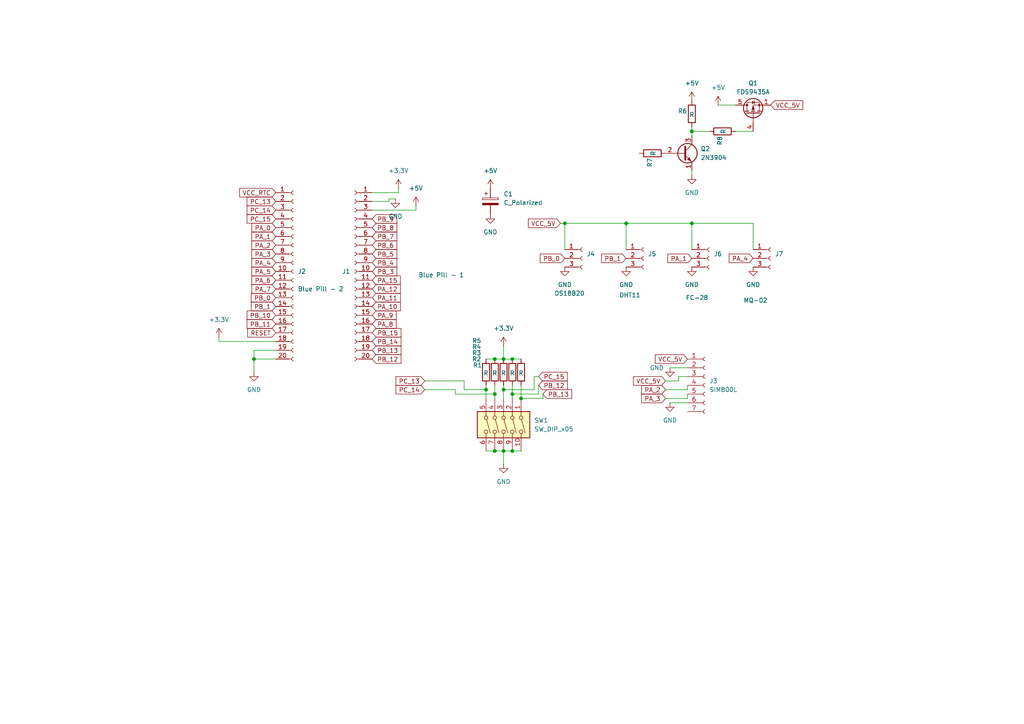
<source format=kicad_sch>
(kicad_sch (version 20250114) (generator "eeschema") (generator_version "9.0")
  (paper "A4")
  (lib_symbols
    (symbol "Connector:Conn_01x03_Socket" (pin_names (offset 1.016) (hide yes))
      (property "Reference" "J" (at 0 5.08 0))
      (property "Value" "Conn_01x03_Socket" (at 0 -5.08 0))
      (symbol "Conn_01x03_Socket_1_1"
        (polyline (pts (xy -1.27 2.54) (xy -0.508 2.54)) (stroke (width 0.1524)))
        (polyline (pts (xy -1.27 0) (xy -0.508 0)) (stroke (width 0.1524)))
        (polyline (pts (xy -1.27 -2.54) (xy -0.508 -2.54)) (stroke (width 0.1524)))
        (arc (start 0 2.032) (mid -0.5058 2.54) (end 0 3.048) (stroke (width 0.1524)))
        (arc (start 0 -0.508) (mid -0.5058 0) (end 0 0.508) (stroke (width 0.1524)))
        (arc (start 0 -3.048) (mid -0.5058 -2.54) (end 0 -2.032) (stroke (width 0.1524)))
        (pin passive line (at -5.08 2.54 0) (length 3.81) (name "Pin_1") (number "1"))
        (pin passive line (at -5.08 0 0) (length 3.81) (name "Pin_2") (number "2"))
        (pin passive line (at -5.08 -2.54 0) (length 3.81) (name "Pin_3") (number "3"))
      )
    )
    (symbol "Connector:Conn_01x07_Socket" (pin_names (offset 1.016) (hide yes))
      (property "Reference" "J" (at 0 10.16 0))
      (property "Value" "Conn_01x07_Socket" (at 0 -10.16 0))
      (symbol "Conn_01x07_Socket_1_1"
        (polyline (pts (xy -1.27 7.62) (xy -0.508 7.62)) (stroke (width 0.1524)))
        (polyline (pts (xy -1.27 5.08) (xy -0.508 5.08)) (stroke (width 0.1524)))
        (polyline (pts (xy -1.27 2.54) (xy -0.508 2.54)) (stroke (width 0.1524)))
        (polyline (pts (xy -1.27 0) (xy -0.508 0)) (stroke (width 0.1524)))
        (polyline (pts (xy -1.27 -2.54) (xy -0.508 -2.54)) (stroke (width 0.1524)))
        (polyline (pts (xy -1.27 -5.08) (xy -0.508 -5.08)) (stroke (width 0.1524)))
        (polyline (pts (xy -1.27 -7.62) (xy -0.508 -7.62)) (stroke (width 0.1524)))
        (arc (start 0 7.112) (mid -0.5058 7.62) (end 0 8.128) (stroke (width 0.1524)))
        (arc (start 0 4.572) (mid -0.5058 5.08) (end 0 5.588) (stroke (width 0.1524)))
        (arc (start 0 2.032) (mid -0.5058 2.54) (end 0 3.048) (stroke (width 0.1524)))
        (arc (start 0 -0.508) (mid -0.5058 0) (end 0 0.508) (stroke (width 0.1524)))
        (arc (start 0 -3.048) (mid -0.5058 -2.54) (end 0 -2.032) (stroke (width 0.1524)))
        (arc (start 0 -5.588) (mid -0.5058 -5.08) (end 0 -4.572) (stroke (width 0.1524)))
        (arc (start 0 -8.128) (mid -0.5058 -7.62) (end 0 -7.112) (stroke (width 0.1524)))
        (pin passive line (at -5.08 7.62 0) (length 3.81) (name "Pin_1") (number "1"))
        (pin passive line (at -5.08 5.08 0) (length 3.81) (name "Pin_2") (number "2"))
        (pin passive line (at -5.08 2.54 0) (length 3.81) (name "Pin_3") (number "3"))
        (pin passive line (at -5.08 0 0) (length 3.81) (name "Pin_4") (number "4"))
        (pin passive line (at -5.08 -2.54 0) (length 3.81) (name "Pin_5") (number "5"))
        (pin passive line (at -5.08 -5.08 0) (length 3.81) (name "Pin_6") (number "6"))
        (pin passive line (at -5.08 -7.62 0) (length 3.81) (name "Pin_7") (number "7"))
      )
    )
    (symbol "Connector:Conn_01x20_Socket" (pin_names (offset 1.016) (hide yes))
      (property "Reference" "J" (at 0 25.4 0))
      (property "Value" "Conn_01x20_Socket" (at 0 -27.94 0))
      (symbol "Conn_01x20_Socket_1_1"
        (polyline (pts (xy -1.27 22.86) (xy -0.508 22.86)) (stroke (width 0.1524)))
        (polyline (pts (xy -1.27 20.32) (xy -0.508 20.32)) (stroke (width 0.1524)))
        (polyline (pts (xy -1.27 17.78) (xy -0.508 17.78)) (stroke (width 0.1524)))
        (polyline (pts (xy -1.27 15.24) (xy -0.508 15.24)) (stroke (width 0.1524)))
        (polyline (pts (xy -1.27 12.7) (xy -0.508 12.7)) (stroke (width 0.1524)))
        (polyline (pts (xy -1.27 10.16) (xy -0.508 10.16)) (stroke (width 0.1524)))
        (polyline (pts (xy -1.27 7.62) (xy -0.508 7.62)) (stroke (width 0.1524)))
        (polyline (pts (xy -1.27 5.08) (xy -0.508 5.08)) (stroke (width 0.1524)))
        (polyline (pts (xy -1.27 2.54) (xy -0.508 2.54)) (stroke (width 0.1524)))
        (polyline (pts (xy -1.27 0) (xy -0.508 0)) (stroke (width 0.1524)))
        (polyline (pts (xy -1.27 -2.54) (xy -0.508 -2.54)) (stroke (width 0.1524)))
        (polyline (pts (xy -1.27 -5.08) (xy -0.508 -5.08)) (stroke (width 0.1524)))
        (polyline (pts (xy -1.27 -7.62) (xy -0.508 -7.62)) (stroke (width 0.1524)))
        (polyline (pts (xy -1.27 -10.16) (xy -0.508 -10.16)) (stroke (width 0.1524)))
        (polyline (pts (xy -1.27 -12.7) (xy -0.508 -12.7)) (stroke (width 0.1524)))
        (polyline (pts (xy -1.27 -15.24) (xy -0.508 -15.24)) (stroke (width 0.1524)))
        (polyline (pts (xy -1.27 -17.78) (xy -0.508 -17.78)) (stroke (width 0.1524)))
        (polyline (pts (xy -1.27 -20.32) (xy -0.508 -20.32)) (stroke (width 0.1524)))
        (polyline (pts (xy -1.27 -22.86) (xy -0.508 -22.86)) (stroke (width 0.1524)))
        (polyline (pts (xy -1.27 -25.4) (xy -0.508 -25.4)) (stroke (width 0.1524)))
        (arc (start 0 22.352) (mid -0.5058 22.86) (end 0 23.368) (stroke (width 0.1524)))
        (arc (start 0 19.812) (mid -0.5058 20.32) (end 0 20.828) (stroke (width 0.1524)))
        (arc (start 0 17.272) (mid -0.5058 17.78) (end 0 18.288) (stroke (width 0.1524)))
        (arc (start 0 14.732) (mid -0.5058 15.24) (end 0 15.748) (stroke (width 0.1524)))
        (arc (start 0 12.192) (mid -0.5058 12.7) (end 0 13.208) (stroke (width 0.1524)))
        (arc (start 0 9.652) (mid -0.5058 10.16) (end 0 10.668) (stroke (width 0.1524)))
        (arc (start 0 7.112) (mid -0.5058 7.62) (end 0 8.128) (stroke (width 0.1524)))
        (arc (start 0 4.572) (mid -0.5058 5.08) (end 0 5.588) (stroke (width 0.1524)))
        (arc (start 0 2.032) (mid -0.5058 2.54) (end 0 3.048) (stroke (width 0.1524)))
        (arc (start 0 -0.508) (mid -0.5058 0) (end 0 0.508) (stroke (width 0.1524)))
        (arc (start 0 -3.048) (mid -0.5058 -2.54) (end 0 -2.032) (stroke (width 0.1524)))
        (arc (start 0 -5.588) (mid -0.5058 -5.08) (end 0 -4.572) (stroke (width 0.1524)))
        (arc (start 0 -8.128) (mid -0.5058 -7.62) (end 0 -7.112) (stroke (width 0.1524)))
        (arc (start 0 -10.668) (mid -0.5058 -10.16) (end 0 -9.652) (stroke (width 0.1524)))
        (arc (start 0 -13.208) (mid -0.5058 -12.7) (end 0 -12.192) (stroke (width 0.1524)))
        (arc (start 0 -15.748) (mid -0.5058 -15.24) (end 0 -14.732) (stroke (width 0.1524)))
        (arc (start 0 -18.288) (mid -0.5058 -17.78) (end 0 -17.272) (stroke (width 0.1524)))
        (arc (start 0 -20.828) (mid -0.5058 -20.32) (end 0 -19.812) (stroke (width 0.1524)))
        (arc (start 0 -23.368) (mid -0.5058 -22.86) (end 0 -22.352) (stroke (width 0.1524)))
        (arc (start 0 -25.908) (mid -0.5058 -25.4) (end 0 -24.892) (stroke (width 0.1524)))
        (pin passive line (at -5.08 22.86 0) (length 3.81) (name "Pin_1") (number "1"))
        (pin passive line (at -5.08 20.32 0) (length 3.81) (name "Pin_2") (number "2"))
        (pin passive line (at -5.08 17.78 0) (length 3.81) (name "Pin_3") (number "3"))
        (pin passive line (at -5.08 15.24 0) (length 3.81) (name "Pin_4") (number "4"))
        (pin passive line (at -5.08 12.7 0) (length 3.81) (name "Pin_5") (number "5"))
        (pin passive line (at -5.08 10.16 0) (length 3.81) (name "Pin_6") (number "6"))
        (pin passive line (at -5.08 7.62 0) (length 3.81) (name "Pin_7") (number "7"))
        (pin passive line (at -5.08 5.08 0) (length 3.81) (name "Pin_8") (number "8"))
        (pin passive line (at -5.08 2.54 0) (length 3.81) (name "Pin_9") (number "9"))
        (pin passive line (at -5.08 0 0) (length 3.81) (name "Pin_10") (number "10"))
        (pin passive line (at -5.08 -2.54 0) (length 3.81) (name "Pin_11") (number "11"))
        (pin passive line (at -5.08 -5.08 0) (length 3.81) (name "Pin_12") (number "12"))
        (pin passive line (at -5.08 -7.62 0) (length 3.81) (name "Pin_13") (number "13"))
        (pin passive line (at -5.08 -10.16 0) (length 3.81) (name "Pin_14") (number "14"))
        (pin passive line (at -5.08 -12.7 0) (length 3.81) (name "Pin_15") (number "15"))
        (pin passive line (at -5.08 -15.24 0) (length 3.81) (name "Pin_16") (number "16"))
        (pin passive line (at -5.08 -17.78 0) (length 3.81) (name "Pin_17") (number "17"))
        (pin passive line (at -5.08 -20.32 0) (length 3.81) (name "Pin_18") (number "18"))
        (pin passive line (at -5.08 -22.86 0) (length 3.81) (name "Pin_19") (number "19"))
        (pin passive line (at -5.08 -25.4 0) (length 3.81) (name "Pin_20") (number "20"))
      )
    )
    (symbol "Device:C_Polarized" (pin_numbers (hide yes)) (pin_names (offset 0.254))
      (property "Reference" "C" (at 0.635 2.54 0))
      (property "Value" "C_Polarized" (at 0.635 -2.54 0))
      (symbol "C_Polarized_0_1"
        (rectangle (start -2.286 0.508) (end 2.286 1.016))
        (polyline (pts (xy -1.778 2.286) (xy -0.762 2.286)))
        (polyline (pts (xy -1.27 2.794) (xy -1.27 1.778)))
        (rectangle (start 2.286 -0.508) (end -2.286 -1.016) (fill (type outline)))
      )
      (symbol "C_Polarized_1_1"
        (pin passive line (at 0 3.81 270) (length 2.794) (name "~") (number "1"))
        (pin passive line (at 0 -3.81 90) (length 2.794) (name "~") (number "2"))
      )
    )
    (symbol "Device:R" (pin_numbers (hide yes)) (pin_names (offset 0))
      (property "Reference" "R" (at 2.032 0 90))
      (property "Value" "R" (at 0 0 90))
      (symbol "R_0_1"
        (rectangle (start -1.016 -2.54) (end 1.016 2.54) (stroke (width 0.254)))
      )
      (symbol "R_1_1"
        (pin passive line (at 0 3.81 270) (length 1.27) (name "~") (number "1"))
        (pin passive line (at 0 -3.81 90) (length 1.27) (name "~") (number "2"))
      )
    )
    (symbol "Switch:SW_DIP_x05" (pin_names (offset 0) (hide yes))
      (property "Reference" "SW" (at 0 8.89 0))
      (property "Value" "SW_DIP_x05" (at 0 -8.89 0))
      (symbol "SW_DIP_x05_0_0"
        (circle (center -2.032 5.08) (radius 0.508))
        (circle (center -2.032 2.54) (radius 0.508))
        (circle (center -2.032 0) (radius 0.508))
        (circle (center -2.032 -2.54) (radius 0.508))
        (circle (center -2.032 -5.08) (radius 0.508))
        (polyline (pts (xy -1.524 5.207) (xy 2.3622 6.2484)))
        (polyline (pts (xy -1.524 2.667) (xy 2.3622 3.7084)))
        (polyline (pts (xy -1.524 0.127) (xy 2.3622 1.1684)))
        (polyline (pts (xy -1.524 -2.3876) (xy 2.3622 -1.3462)))
        (polyline (pts (xy -1.524 -4.9276) (xy 2.3622 -3.8862)))
        (circle (center 2.032 5.08) (radius 0.508))
        (circle (center 2.032 2.54) (radius 0.508))
        (circle (center 2.032 0) (radius 0.508))
        (circle (center 2.032 -2.54) (radius 0.508))
        (circle (center 2.032 -5.08) (radius 0.508))
      )
      (symbol "SW_DIP_x05_0_1"
        (rectangle (start -3.81 7.62) (end 3.81 -7.62) (stroke (width 0.254)) (fill (type background)))
      )
      (symbol "SW_DIP_x05_1_1"
        (pin passive line (at -7.62 5.08 0) (length 5.08) (name "~") (number "1"))
        (pin passive line (at -7.62 2.54 0) (length 5.08) (name "~") (number "2"))
        (pin passive line (at -7.62 0 0) (length 5.08) (name "~") (number "3"))
        (pin passive line (at -7.62 -2.54 0) (length 5.08) (name "~") (number "4"))
        (pin passive line (at -7.62 -5.08 0) (length 5.08) (name "~") (number "5"))
        (pin passive line (at 7.62 5.08 180) (length 5.08) (name "~") (number "10"))
        (pin passive line (at 7.62 2.54 180) (length 5.08) (name "~") (number "9"))
        (pin passive line (at 7.62 0 180) (length 5.08) (name "~") (number "8"))
        (pin passive line (at 7.62 -2.54 180) (length 5.08) (name "~") (number "7"))
        (pin passive line (at 7.62 -5.08 180) (length 5.08) (name "~") (number "6"))
      )
    )
    (symbol "Transistor_BJT:2N3904" (pin_names (offset 0) (hide yes))
      (property "Reference" "Q" (at 5.08 1.905 0))
      (property "Value" "2N3904" (at 5.08 0 0))
      (symbol "2N3904_0_1"
        (polyline (pts (xy -2.54 0) (xy 0.635 0)))
        (polyline (pts (xy 0.635 1.905) (xy 0.635 -1.905)) (stroke (width 0.508)))
        (circle (center 1.27 0) (radius 2.8194) (stroke (width 0.254)))
      )
      (symbol "2N3904_1_1"
        (polyline (pts (xy 0.635 0.635) (xy 2.54 2.54)))
        (polyline (pts (xy 0.635 -0.635) (xy 2.54 -2.54)))
        (polyline (pts (xy 1.27 -1.778) (xy 1.778 -1.27) (xy 2.286 -2.286) (xy 1.27 -1.778)) (fill (type outline)))
        (pin input line (at -5.08 0 0) (length 2.54) (name "B") (number "2"))
        (pin passive line (at 2.54 5.08 270) (length 2.54) (name "C") (number "3"))
        (pin passive line (at 2.54 -5.08 90) (length 2.54) (name "E") (number "1"))
      )
    )
    (symbol "Transistor_FET:FDS9435A" (pin_names (hide yes))
      (property "Reference" "Q" (at 5.08 1.905 0))
      (property "Value" "FDS9435A" (at 5.08 0 0))
      (symbol "FDS9435A_0_1"
        (polyline (pts (xy 0.254 1.905) (xy 0.254 -1.905)) (stroke (width 0.254)))
        (polyline (pts (xy 0.254 0) (xy -2.54 0)))
        (polyline (pts (xy 0.762 2.286) (xy 0.762 1.27)) (stroke (width 0.254)))
        (polyline (pts (xy 0.762 1.778) (xy 3.302 1.778) (xy 3.302 -1.778) (xy 0.762 -1.778)))
        (polyline (pts (xy 0.762 0.508) (xy 0.762 -0.508)) (stroke (width 0.254)))
        (polyline (pts (xy 0.762 -1.27) (xy 0.762 -2.286)) (stroke (width 0.254)))
        (circle (center 1.651 0) (radius 2.794) (stroke (width 0.254)))
        (polyline (pts (xy 2.286 0) (xy 1.27 0.381) (xy 1.27 -0.381) (xy 2.286 0)) (fill (type outline)))
        (polyline (pts (xy 2.54 2.54) (xy 2.54 1.778)))
        (circle (center 2.54 1.778) (radius 0.254) (fill (type outline)))
        (circle (center 2.54 -1.778) (radius 0.254) (fill (type outline)))
        (polyline (pts (xy 2.54 -2.54) (xy 2.54 0) (xy 0.762 0)))
        (polyline (pts (xy 2.794 -0.508) (xy 2.921 -0.381) (xy 3.683 -0.381) (xy 3.81 -0.254)))
        (polyline (pts (xy 3.302 -0.381) (xy 2.921 0.254) (xy 3.683 0.254) (xy 3.302 -0.381)))
      )
      (symbol "FDS9435A_1_1"
        (pin passive line (at -5.08 0 0) (length 2.54) (name "G") (number "4"))
        (pin passive line (at 2.54 5.08 270) (length 2.54) (name "D") (number "5"))
        (pin passive line (at 2.54 5.08 270) (length 2.54) (hide yes) (name "D") (number "6"))
        (pin passive line (at 2.54 5.08 270) (length 2.54) (hide yes) (name "D") (number "7"))
        (pin passive line (at 2.54 5.08 270) (length 2.54) (hide yes) (name "D") (number "8"))
        (pin passive line (at 2.54 -5.08 90) (length 2.54) (name "S") (number "1"))
        (pin passive line (at 2.54 -5.08 90) (length 2.54) (hide yes) (name "S") (number "2"))
        (pin passive line (at 2.54 -5.08 90) (length 2.54) (hide yes) (name "S") (number "3"))
      )
    )
    (symbol "power:+3.3V" (power) (pin_numbers (hide yes)) (pin_names (offset 0) (hide yes))
      (property "Value" "+3.3V" (at 0 3.556 0))
      (symbol "+3.3V_0_1"
        (polyline (pts (xy -0.762 1.27) (xy 0 2.54)))
        (polyline (pts (xy 0 2.54) (xy 0.762 1.27)))
        (polyline (pts (xy 0 0) (xy 0 2.54)))
      )
      (symbol "+3.3V_1_1"
        (pin power_in line (at 0 0 90) (length 0) (name "~") (number "1"))
      )
    )
    (symbol "power:+5V" (power) (pin_numbers (hide yes)) (pin_names (offset 0) (hide yes))
      (property "Value" "+5V" (at 0 3.556 0))
      (symbol "+5V_0_1"
        (polyline (pts (xy -0.762 1.27) (xy 0 2.54)))
        (polyline (pts (xy 0 2.54) (xy 0.762 1.27)))
        (polyline (pts (xy 0 0) (xy 0 2.54)))
      )
      (symbol "+5V_1_1"
        (pin power_in line (at 0 0 90) (length 0) (name "~") (number "1"))
      )
    )
    (symbol "power:GND" (power) (pin_numbers (hide yes)) (pin_names (offset 0) (hide yes))
      (property "Value" "GND" (at 0 -3.81 0))
      (symbol "GND_0_1"
        (polyline (pts (xy 0 0) (xy 0 -1.27) (xy 1.27 -1.27) (xy 0 -2.54) (xy -1.27 -1.27) (xy 0 -1.27)))
      )
      (symbol "GND_1_1"
        (pin power_in line (at 0 0 270) (length 0) (name "~") (number "1"))
      )
    )
  )
  (junction (at 143.51 130.81))
  (junction (at 146.05 130.81))
  (junction (at 200.66 64.77))
  (junction (at 148.59 130.81))
  (junction (at 146.05 104.14))
  (junction (at 151.13 115.57))
  (junction (at 200.66 38.1))
  (junction (at 148.59 104.14))
  (junction (at 146.05 113.03))
  (junction (at 140.97 113.03))
  (junction (at 73.66 104.14))
  (junction (at 163.83 64.77))
  (junction (at 143.51 104.14))
  (junction (at 143.51 114.3))
  (junction (at 181.61 64.77))
  (junction (at 148.59 114.3))
  (wire (pts (xy 132.08 113.03) (xy 132.08 114.3)))
  (wire (pts (xy 199.39 115.57) (xy 199.39 114.3)))
  (wire (pts (xy 199.39 109.22) (xy 196.85 109.22)))
  (wire (pts (xy 213.36 38.1) (xy 218.44 38.1)))
  (wire (pts (xy 218.44 64.77) (xy 200.66 64.77)))
  (wire (pts (xy 123.19 110.49) (xy 134.62 110.49)))
  (wire (pts (xy 200.66 38.1) (xy 205.74 38.1)))
  (wire (pts (xy 148.59 104.14) (xy 151.13 104.14)))
  (wire (pts (xy 156.21 111.76) (xy 156.21 114.3)))
  (wire (pts (xy 193.04 113.03) (xy 199.39 113.03)))
  (wire (pts (xy 134.62 110.49) (xy 134.62 113.03)))
  (wire (pts (xy 194.31 116.84) (xy 199.39 116.84)))
  (wire (pts (xy 140.97 104.14) (xy 143.51 104.14)))
  (wire (pts (xy 146.05 113.03) (xy 146.05 115.57)))
  (wire (pts (xy 123.19 113.03) (xy 132.08 113.03)))
  (wire (pts (xy 63.5 99.06) (xy 63.5 97.79)))
  (wire (pts (xy 181.61 64.77) (xy 163.83 64.77)))
  (wire (pts (xy 156.21 109.22) (xy 154.94 109.22)))
  (wire (pts (xy 200.66 50.8) (xy 200.66 49.53)))
  (wire (pts (xy 181.61 72.39) (xy 181.61 64.77)))
  (wire (pts (xy 134.62 113.03) (xy 140.97 113.03)))
  (wire (pts (xy 63.5 99.06) (xy 80.01 99.06)))
  (wire (pts (xy 151.13 111.76) (xy 151.13 115.57)))
  (wire (pts (xy 151.13 115.57) (xy 157.48 115.57)))
  (wire (pts (xy 143.51 104.14) (xy 146.05 104.14)))
  (wire (pts (xy 73.66 107.95) (xy 73.66 104.14)))
  (wire (pts (xy 162.56 64.77) (xy 163.83 64.77)))
  (wire (pts (xy 196.85 110.49) (xy 193.04 110.49)))
  (wire (pts (xy 146.05 100.33) (xy 146.05 104.14)))
  (wire (pts (xy 146.05 134.62) (xy 146.05 130.81)))
  (wire (pts (xy 107.95 55.88) (xy 115.57 55.88)))
  (wire (pts (xy 73.66 101.6) (xy 73.66 104.14)))
  (wire (pts (xy 146.05 104.14) (xy 148.59 104.14)))
  (wire (pts (xy 80.01 101.6) (xy 73.66 101.6)))
  (wire (pts (xy 193.04 115.57) (xy 199.39 115.57)))
  (wire (pts (xy 112.8055 58.42) (xy 107.95 58.42)))
  (wire (pts (xy 143.51 111.76) (xy 143.51 114.3)))
  (wire (pts (xy 148.59 114.3) (xy 156.21 114.3)))
  (wire (pts (xy 200.66 64.77) (xy 181.61 64.77)))
  (wire (pts (xy 148.59 111.76) (xy 148.59 114.3)))
  (wire (pts (xy 112.8055 57.6974) (xy 112.8055 58.42)))
  (wire (pts (xy 120.65 59.69) (xy 120.65 60.96)))
  (wire (pts (xy 163.83 64.77) (xy 163.83 72.39)))
  (wire (pts (xy 194.31 106.68) (xy 199.39 106.68)))
  (wire (pts (xy 140.97 130.81) (xy 143.51 130.81)))
  (wire (pts (xy 154.94 109.22) (xy 154.94 113.03)))
  (wire (pts (xy 200.66 72.39) (xy 200.66 64.77)))
  (wire (pts (xy 140.97 111.76) (xy 140.97 113.03)))
  (wire (pts (xy 154.94 113.03) (xy 146.05 113.03)))
  (wire (pts (xy 146.05 130.81) (xy 148.59 130.81)))
  (wire (pts (xy 115.57 55.88) (xy 115.57 54.61)))
  (wire (pts (xy 199.39 113.03) (xy 199.39 111.76)))
  (wire (pts (xy 73.66 104.14) (xy 80.01 104.14)))
  (wire (pts (xy 200.66 38.1) (xy 200.66 39.37)))
  (wire (pts (xy 143.51 130.81) (xy 146.05 130.81)))
  (wire (pts (xy 200.66 36.83) (xy 200.66 38.1)))
  (wire (pts (xy 196.85 109.22) (xy 196.85 110.49)))
  (wire (pts (xy 120.65 60.96) (xy 107.95 60.96)))
  (wire (pts (xy 218.44 72.39) (xy 218.44 64.77)))
  (wire (pts (xy 157.48 114.3) (xy 157.48 115.57)))
  (wire (pts (xy 143.51 114.3) (xy 143.51 115.57)))
  (wire (pts (xy 112.8055 57.6974) (xy 114.6909 57.6974)))
  (wire (pts (xy 148.59 114.3) (xy 148.59 115.57)))
  (wire (pts (xy 148.59 130.81) (xy 151.13 130.81)))
  (wire (pts (xy 146.05 111.76) (xy 146.05 113.03)))
  (wire (pts (xy 132.08 114.3) (xy 143.51 114.3)))
  (wire (pts (xy 140.97 113.03) (xy 140.97 115.57)))
  (wire (pts (xy 208.28 30.48) (xy 213.36 30.48)))
  (global_label "VCC_5V" (shape input) (at 223.52 30.48 0) (property "Intersheetrefs" "${INTERSHEET_REFS}" (effects (hide yes))))
  (global_label "PA_5" (shape input) (at 80.01 78.74 180) (property "Intersheetrefs" "${INTERSHEET_REFS}" (effects (hide yes))))
  (global_label "PA_10" (shape input) (at 107.95 88.9 0) (property "Intersheetrefs" "${INTERSHEET_REFS}" (effects (hide yes))))
  (global_label "PC_13" (shape input) (at 80.01 58.42 180) (property "Intersheetrefs" "${INTERSHEET_REFS}" (effects (hide yes))))
  (global_label "PA_11" (shape input) (at 107.95 86.36 0) (property "Intersheetrefs" "${INTERSHEET_REFS}" (effects (hide yes))))
  (global_label "PB_7" (shape input) (at 107.95 68.58 0) (property "Intersheetrefs" "${INTERSHEET_REFS}" (effects (hide yes))))
  (global_label "PB_5" (shape input) (at 107.95 73.66 0) (property "Intersheetrefs" "${INTERSHEET_REFS}" (effects (hide yes))))
  (global_label "VCC_5V" (shape input) (at 199.39 104.14 180) (property "Intersheetrefs" "${INTERSHEET_REFS}" (effects (hide yes))))
  (global_label "PB_3" (shape input) (at 107.95 78.74 0) (property "Intersheetrefs" "${INTERSHEET_REFS}" (effects (hide yes))))
  (global_label "PA_4" (shape input) (at 80.01 76.2 180) (property "Intersheetrefs" "${INTERSHEET_REFS}" (effects (hide yes))))
  (global_label "PB_8" (shape input) (at 107.95 66.04 0) (property "Intersheetrefs" "${INTERSHEET_REFS}" (effects (hide yes))))
  (global_label "PB_13" (shape input) (at 107.95 101.6 0) (property "Intersheetrefs" "${INTERSHEET_REFS}" (effects (hide yes))))
  (global_label "PA_7" (shape input) (at 80.01 83.82 180) (property "Intersheetrefs" "${INTERSHEET_REFS}" (effects (hide yes))))
  (global_label "VCC_RTC" (shape input) (at 80.01 55.88 180) (property "Intersheetrefs" "${INTERSHEET_REFS}" (effects (hide yes))))
  (global_label "PC_15" (shape input) (at 80.01 63.5 180) (property "Intersheetrefs" "${INTERSHEET_REFS}" (effects (hide yes))))
  (global_label "VCC_5V" (shape input) (at 193.04 110.49 180) (property "Intersheetrefs" "${INTERSHEET_REFS}" (effects (hide yes))))
  (global_label "PB_15" (shape input) (at 107.95 96.52 0) (property "Intersheetrefs" "${INTERSHEET_REFS}" (effects (hide yes))))
  (global_label "PC_14" (shape input) (at 80.01 60.96 180) (property "Intersheetrefs" "${INTERSHEET_REFS}" (effects (hide yes))))
  (global_label "PC_13" (shape input) (at 123.19 110.49 180) (property "Intersheetrefs" "${INTERSHEET_REFS}" (effects (hide yes))))
  (global_label "PB_1" (shape input) (at 181.61 74.93 180) (property "Intersheetrefs" "${INTERSHEET_REFS}" (effects (hide yes))))
  (global_label "PB_0" (shape input) (at 163.83 74.93 180) (property "Intersheetrefs" "${INTERSHEET_REFS}" (effects (hide yes))))
  (global_label "PA_3" (shape input) (at 80.01 73.66 180) (property "Intersheetrefs" "${INTERSHEET_REFS}" (effects (hide yes))))
  (global_label "PB_12" (shape input) (at 156.21 111.76 0) (property "Intersheetrefs" "${INTERSHEET_REFS}" (effects (hide yes))))
  (global_label "PA_9" (shape input) (at 107.95 91.44 0) (property "Intersheetrefs" "${INTERSHEET_REFS}" (effects (hide yes))))
  (global_label "PA_0" (shape input) (at 80.01 66.04 180) (property "Intersheetrefs" "${INTERSHEET_REFS}" (effects (hide yes))))
  (global_label "PA_1" (shape input) (at 80.01 68.58 180) (property "Intersheetrefs" "${INTERSHEET_REFS}" (effects (hide yes))))
  (global_label "PA_6" (shape input) (at 80.01 81.28 180) (property "Intersheetrefs" "${INTERSHEET_REFS}" (effects (hide yes))))
  (global_label "PB_13" (shape input) (at 157.48 114.3 0) (property "Intersheetrefs" "${INTERSHEET_REFS}" (effects (hide yes))))
  (global_label "PA_3" (shape input) (at 193.04 115.57 180) (property "Intersheetrefs" "${INTERSHEET_REFS}" (effects (hide yes))))
  (global_label "PB_12" (shape input) (at 107.95 104.14 0) (property "Intersheetrefs" "${INTERSHEET_REFS}" (effects (hide yes))))
  (global_label "PB_11" (shape input) (at 80.01 93.98 180) (property "Intersheetrefs" "${INTERSHEET_REFS}" (effects (hide yes))))
  (global_label "PB_10" (shape input) (at 80.01 91.44 180) (property "Intersheetrefs" "${INTERSHEET_REFS}" (effects (hide yes))))
  (global_label "PA_12" (shape input) (at 107.95 83.82 0) (property "Intersheetrefs" "${INTERSHEET_REFS}" (effects (hide yes))))
  (global_label "VCC_5V" (shape input) (at 162.56 64.77 180) (property "Intersheetrefs" "${INTERSHEET_REFS}" (effects (hide yes))))
  (global_label "PB_1" (shape input) (at 80.01 88.9 180) (property "Intersheetrefs" "${INTERSHEET_REFS}" (effects (hide yes))))
  (global_label "PA_4" (shape input) (at 218.44 74.93 180) (property "Intersheetrefs" "${INTERSHEET_REFS}" (effects (hide yes))))
  (global_label "PA_2" (shape input) (at 193.04 113.03 180) (property "Intersheetrefs" "${INTERSHEET_REFS}" (effects (hide yes))))
  (global_label "PC_14" (shape input) (at 123.19 113.03 180) (property "Intersheetrefs" "${INTERSHEET_REFS}" (effects (hide yes))))
  (global_label "PB_6" (shape input) (at 107.95 71.12 0) (property "Intersheetrefs" "${INTERSHEET_REFS}" (effects (hide yes))))
  (global_label "RESET" (shape input) (at 80.01 96.52 180) (property "Intersheetrefs" "${INTERSHEET_REFS}" (effects (hide yes))))
  (global_label "PA_15" (shape input) (at 107.95 81.28 0) (property "Intersheetrefs" "${INTERSHEET_REFS}" (effects (hide yes))))
  (global_label "PB_4" (shape input) (at 107.95 76.2 0) (property "Intersheetrefs" "${INTERSHEET_REFS}" (effects (hide yes))))
  (global_label "PA_8" (shape input) (at 107.95 93.98 0) (property "Intersheetrefs" "${INTERSHEET_REFS}" (effects (hide yes))))
  (global_label "PB_0" (shape input) (at 80.01 86.36 180) (property "Intersheetrefs" "${INTERSHEET_REFS}" (effects (hide yes))))
  (global_label "PB_14" (shape input) (at 107.95 99.06 0) (property "Intersheetrefs" "${INTERSHEET_REFS}" (effects (hide yes))))
  (global_label "PA_2" (shape input) (at 80.01 71.12 180) (property "Intersheetrefs" "${INTERSHEET_REFS}" (effects (hide yes))))
  (global_label "PC_15" (shape input) (at 156.21 109.22 0) (property "Intersheetrefs" "${INTERSHEET_REFS}" (effects (hide yes))))
  (global_label "PB_9" (shape input) (at 107.95 63.5 0) (property "Intersheetrefs" "${INTERSHEET_REFS}" (effects (hide yes))))
  (global_label "PA_1" (shape input) (at 200.66 74.93 180) (property "Intersheetrefs" "${INTERSHEET_REFS}" (effects (hide yes))))
  (symbol (lib_id "power:+3.3V") (at 146.05 100.33 0) (unit 1)
    (property "Reference" "#PWR015" (effects (hide yes)))
    (property "Value" "+3.3V" (at 146.05 95.25 0))
    (property "Description" "Power symbol creates a global label with name \"+3.3V\"" (effects (hide yes)))
  )
  (symbol (lib_id "Transistor_BJT:2N3904") (at 198.12 44.45 0) (unit 1)
    (property "Reference" "Q2" (at 203.2 43.1799 0) (effects (justify left)))
    (property "Value" "2N3904" (at 203.2 45.7199 0) (effects (justify left)))
    (property "Footprint" "Package_TO_SOT_THT:TO-92L_HandSolder" (effects (hide yes)))
    (property "Datasheet" "https://www.onsemi.com/pub/Collateral/2N3903-D.PDF" (effects (hide yes)))
    (property "Description" "0.2A Ic, 40V Vce, Small Signal NPN Transistor, TO-92" (effects (hide yes)))
  )
  (symbol (lib_id "power:+5V") (at 208.28 30.48 0) (unit 1)
    (property "Reference" "#PWR014" (effects (hide yes)))
    (property "Value" "+5V" (at 208.28 25.4 0))
    (property "Description" "Power symbol creates a global label with name \"+5V\"" (effects (hide yes)))
  )
  (symbol (lib_id "power:GND") (at 200.66 77.47 0) (unit 1)
    (property "Reference" "#PWR09" (effects (hide yes)))
    (property "Value" "GND" (at 200.66 82.55 0))
    (property "Description" "Power symbol creates a global label with name \"GND\" , ground" (effects (hide yes)))
  )
  (symbol (lib_id "Connector:Conn_01x07_Socket") (at 204.47 111.76 0) (unit 1)
    (property "Reference" "J3" (at 205.74 110.4899 0) (effects (justify left)))
    (property "Value" "SIM800L" (at 205.74 113.0299 0) (effects (justify left)))
    (property "Footprint" "Connector_PinSocket_2.54mm:PinSocket_1x07_P2.54mm_Vertical" (effects (hide yes)))
    (property "Description" "Generic connector, single row, 01x07, script generated" (effects (hide yes)))
  )
  (symbol (lib_id "power:+3.3V") (at 115.57 54.61 0) (unit 1)
    (property "Reference" "#PWR03" (effects (hide yes)))
    (property "Value" "+3.3V" (at 115.57 49.53 0))
    (property "Description" "Power symbol creates a global label with name \"+3.3V\"" (effects (hide yes)))
  )
  (symbol (lib_id "power:+5V") (at 200.66 29.21 0) (unit 1)
    (property "Reference" "#PWR017" (effects (hide yes)))
    (property "Value" "+5V" (at 200.66 24.13 0))
    (property "Description" "Power symbol creates a global label with name \"+5V\"" (effects (hide yes)))
  )
  (symbol (lib_id "power:+5V") (at 142.24 54.61 0) (unit 1)
    (property "Reference" "#PWR08" (effects (hide yes)))
    (property "Value" "+5V" (at 142.24 49.53 0))
    (property "Description" "Power symbol creates a global label with name \"+5V\"" (effects (hide yes)))
  )
  (symbol (lib_id "power:GND") (at 73.66 107.95 0) (unit 1)
    (property "Reference" "#PWR04" (effects (hide yes)))
    (property "Value" "GND" (at 73.66 113.03 0))
    (property "Description" "Power symbol creates a global label with name \"GND\" , ground" (effects (hide yes)))
  )
  (symbol (lib_id "power:GND") (at 218.44 77.47 0) (unit 1)
    (property "Reference" "#PWR010" (effects (hide yes)))
    (property "Value" "GND" (at 218.44 82.55 0))
    (property "Description" "Power symbol creates a global label with name \"GND\" , ground" (effects (hide yes)))
  )
  (symbol (lib_id "Connector:Conn_01x03_Socket") (at 186.69 74.93 0) (unit 1)
    (property "Reference" "J5" (at 187.96 73.6599 0) (effects (justify left)))
    (property "Value" "DHT11" (at 179.578 85.598 0) (effects (justify left)))
    (property "Footprint" "Connector_PinSocket_2.54mm:PinSocket_1x03_P2.54mm_Vertical" (effects (hide yes)))
    (property "Description" "Generic connector, single row, 01x03, script generated" (effects (hide yes)))
  )
  (symbol (lib_id "Device:R") (at 151.13 107.95 180) (unit 1)
    (property "Reference" "R1" (at 137.16 105.918 0) (effects (justify right)))
    (property "Value" "R" (at 150.368 108.204 0) (effects (justify right)))
    (property "Footprint" "Resistor_THT:R_Axial_DIN0411_L9.9mm_D3.6mm_P15.24mm_Horizontal" (effects (hide yes)))
    (property "Description" "Resistor" (effects (hide yes)))
  )
  (symbol (lib_id "Device:R") (at 200.66 33.02 180) (unit 1)
    (property "Reference" "R6" (at 196.596 32.258 0) (effects (justify right)))
    (property "Value" "R" (at 199.898 33.274 0) (effects (justify right)))
    (property "Footprint" "Resistor_THT:R_Axial_DIN0411_L9.9mm_D3.6mm_P15.24mm_Horizontal" (effects (hide yes)))
    (property "Description" "Resistor" (effects (hide yes)))
  )
  (symbol (lib_id "Device:R") (at 148.59 107.95 180) (unit 1)
    (property "Reference" "R2" (at 136.906 104.14 0) (effects (justify right)))
    (property "Value" "R" (at 147.828 108.204 0) (effects (justify right)))
    (property "Footprint" "Resistor_THT:R_Axial_DIN0411_L9.9mm_D3.6mm_P15.24mm_Horizontal" (effects (hide yes)))
    (property "Description" "Resistor" (effects (hide yes)))
  )
  (symbol (lib_id "power:GND") (at 200.66 50.8 0) (unit 1)
    (property "Reference" "#PWR018" (effects (hide yes)))
    (property "Value" "GND" (at 200.66 55.88 0))
    (property "Description" "Power symbol creates a global label with name \"GND\" , ground" (effects (hide yes)))
  )
  (symbol (lib_id "power:GND") (at 146.05 134.62 0) (unit 1)
    (property "Reference" "#PWR016" (effects (hide yes)))
    (property "Value" "GND" (at 146.05 139.7 0))
    (property "Description" "Power symbol creates a global label with name \"GND\" , ground" (effects (hide yes)))
  )
  (symbol (lib_id "power:GND") (at 181.61 77.47 0) (unit 1)
    (property "Reference" "#PWR07" (effects (hide yes)))
    (property "Value" "GND" (at 181.61 82.55 0))
    (property "Description" "Power symbol creates a global label with name \"GND\" , ground" (effects (hide yes)))
  )
  (symbol (lib_id "Device:R") (at 143.51 107.95 180) (unit 1)
    (property "Reference" "R4" (at 136.906 100.584 0) (effects (justify right)))
    (property "Value" "R" (at 142.748 108.204 0) (effects (justify right)))
    (property "Footprint" "Resistor_THT:R_Axial_DIN0411_L9.9mm_D3.6mm_P15.24mm_Horizontal" (effects (hide yes)))
    (property "Description" "Resistor" (effects (hide yes)))
  )
  (symbol (lib_id "Device:R") (at 140.97 107.95 180) (unit 1)
    (property "Reference" "R5" (at 136.906 98.806 0) (effects (justify right)))
    (property "Value" "R" (at 140.208 108.204 0) (effects (justify right)))
    (property "Footprint" "Resistor_THT:R_Axial_DIN0411_L9.9mm_D3.6mm_P15.24mm_Horizontal" (effects (hide yes)))
    (property "Description" "Resistor" (effects (hide yes)))
  )
  (symbol (lib_id "Connector:Conn_01x20_Socket") (at 102.87 78.74 0) (mirror y) (unit 1)
    (property "Reference" "J1" (at 101.6 78.7399 0) (effects (justify left)))
    (property "Value" "Blue Pill - 1" (at 134.62 79.756 0) (effects (justify left)))
    (property "Footprint" "Connector_PinHeader_2.54mm:PinHeader_1x20_P2.54mm_Vertical" (effects (hide yes)))
    (property "Description" "Generic connector, single row, 01x20, script generated" (effects (hide yes)))
  )
  (symbol (lib_id "Transistor_FET:FDS9435A") (at 218.44 33.02 90) (unit 1)
    (property "Reference" "Q1" (at 218.44 24.13 90))
    (property "Value" "FDS9435A" (at 218.44 26.67 90))
    (property "Footprint" "Package_SO:SOIC-8_3.9x4.9mm_P1.27mm" (effects (hide yes)))
    (property "Datasheet" "https://www.onsemi.com/pub/Collateral/FDS9435A-D.PDF" (effects (hide yes)))
    (property "Description" "-5.3A Id, -30V Vds, P-Channel MOSFET, 50mOhm Ron, SO-8" (effects (hide yes)))
  )
  (symbol (lib_id "power:GND") (at 194.31 116.84 0) (unit 1)
    (property "Reference" "#PWR013" (effects (hide yes)))
    (property "Value" "GND" (at 194.31 121.92 0))
    (property "Description" "Power symbol creates a global label with name \"GND\" , ground" (effects (hide yes)))
  )
  (symbol (lib_id "Connector:Conn_01x03_Socket") (at 223.52 74.93 0) (unit 1)
    (property "Reference" "J7" (at 224.79 73.6599 0) (effects (justify left)))
    (property "Value" "MQ-02" (at 215.646 87.122 0) (effects (justify left)))
    (property "Footprint" "Connector_PinSocket_2.54mm:PinSocket_1x03_P2.54mm_Vertical" (effects (hide yes)))
    (property "Description" "Generic connector, single row, 01x03, script generated" (effects (hide yes)))
  )
  (symbol (lib_id "Connector:Conn_01x20_Socket") (at 85.09 78.74 0) (unit 1)
    (property "Reference" "J2" (at 86.36 78.7399 0) (effects (justify left)))
    (property "Value" "Blue Pill - 2" (at 86.36 83.82 0) (effects (justify left)))
    (property "Footprint" "Connector_PinHeader_2.54mm:PinHeader_1x20_P2.54mm_Vertical" (effects (hide yes)))
    (property "Description" "Generic connector, single row, 01x20, script generated" (effects (hide yes)))
  )
  (symbol (lib_id "power:GND") (at 163.83 77.47 0) (unit 1)
    (property "Reference" "#PWR06" (effects (hide yes)))
    (property "Value" "GND" (at 163.83 82.55 0))
    (property "Description" "Power symbol creates a global label with name \"GND\" , ground" (effects (hide yes)))
  )
  (symbol (lib_id "power:+3.3V") (at 63.5 97.79 0) (unit 1)
    (property "Reference" "#PWR05" (effects (hide yes)))
    (property "Value" "+3.3V" (at 63.5 92.71 0))
    (property "Description" "Power symbol creates a global label with name \"+3.3V\"" (effects (hide yes)))
  )
  (symbol (lib_id "Connector:Conn_01x03_Socket") (at 205.74 74.93 0) (unit 1)
    (property "Reference" "J6" (at 207.01 73.6599 0) (effects (justify left)))
    (property "Value" "FC-28" (at 198.882 86.36 0) (effects (justify left)))
    (property "Footprint" "Connector_PinSocket_2.54mm:PinSocket_1x03_P2.54mm_Vertical" (effects (hide yes)))
    (property "Description" "Generic connector, single row, 01x03, script generated" (effects (hide yes)))
  )
  (symbol (lib_id "power:GND") (at 114.6909 57.6974 0) (unit 1)
    (property "Reference" "#PWR01" (effects (hide yes)))
    (property "Value" "GND" (at 114.6909 62.7774 0))
    (property "Description" "Power symbol creates a global label with name \"GND\" , ground" (effects (hide yes)))
  )
  (symbol (lib_id "power:GND") (at 142.24 62.23 0) (unit 1)
    (property "Reference" "#PWR0101" (effects (hide yes)))
    (property "Value" "GND" (at 142.24 67.31 0))
    (property "Description" "Power symbol creates a global label with name \"GND\" , ground" (effects (hide yes)))
  )
  (symbol (lib_id "power:GND") (at 194.31 106.68 0) (unit 1)
    (property "Reference" "#PWR012" (effects (hide yes)))
    (property "Value" "GND" (at 190.5 106.68 0))
    (property "Description" "Power symbol creates a global label with name \"GND\" , ground" (effects (hide yes)))
  )
  (symbol (lib_id "Switch:SW_DIP_x05") (at 146.05 123.19 270) (unit 1)
    (property "Reference" "SW1" (at 154.94 121.9199 90) (effects (justify left)))
    (property "Value" "SW_DIP_x05" (at 154.94 124.4599 90) (effects (justify left)))
    (property "Footprint" "Button_Switch_THT:SW_DIP_SPSTx05_Slide_9.78x14.88mm_W7.62mm_P2.54mm" (effects (hide yes)))
    (property "Description" "5x DIP Switch, Single Pole Single Throw (SPST) switch, small symbol" (effects (hide yes)))
  )
  (symbol (lib_id "Device:R") (at 146.05 107.95 180) (unit 1)
    (property "Reference" "R3" (at 136.906 102.362 0) (effects (justify right)))
    (property "Value" "R" (at 145.288 108.204 0) (effects (justify right)))
    (property "Footprint" "Resistor_THT:R_Axial_DIN0411_L9.9mm_D3.6mm_P15.24mm_Horizontal" (effects (hide yes)))
    (property "Description" "Resistor" (effects (hide yes)))
  )
  (symbol (lib_id "Device:R") (at 189.23 44.45 270) (unit 1)
    (property "Reference" "R7" (at 188.468 48.514 0) (effects (justify right)))
    (property "Value" "R" (at 189.484 45.212 0) (effects (justify right)))
    (property "Footprint" "Resistor_THT:R_Axial_DIN0411_L9.9mm_D3.6mm_P15.24mm_Horizontal" (effects (hide yes)))
    (property "Description" "Resistor" (effects (hide yes)))
  )
  (symbol (lib_id "Connector:Conn_01x03_Socket") (at 168.91 74.93 0) (unit 1)
    (property "Reference" "J4" (at 170.18 73.6599 0) (effects (justify left)))
    (property "Value" "DS18B20" (at 160.782 85.09 0) (effects (justify left)))
    (property "Footprint" "Connector_PinSocket_2.54mm:PinSocket_1x03_P2.54mm_Vertical" (effects (hide yes)))
    (property "Description" "Generic connector, single row, 01x03, script generated" (effects (hide yes)))
  )
  (symbol (lib_id "power:+5V") (at 120.65 59.69 0) (unit 1)
    (property "Reference" "#PWR02" (effects (hide yes)))
    (property "Value" "+5V" (at 120.65 54.61 0))
    (property "Description" "Power symbol creates a global label with name \"+5V\"" (effects (hide yes)))
  )
  (symbol (lib_id "Device:R") (at 209.55 38.1 270) (unit 1)
    (property "Reference" "R8" (at 208.788 42.164 0) (effects (justify right)))
    (property "Value" "R" (at 209.804 38.862 0) (effects (justify right)))
    (property "Footprint" "Resistor_THT:R_Axial_DIN0411_L9.9mm_D3.6mm_P15.24mm_Horizontal" (effects (hide yes)))
    (property "Description" "Resistor" (effects (hide yes)))
  )
  (symbol (lib_id "Device:C_Polarized") (at 142.24 58.42 0) (unit 1)
    (property "Reference" "C1" (at 146.05 56.2609 0) (effects (justify left)))
    (property "Value" "C_Polarized" (at 146.05 58.8009 0) (effects (justify left)))
    (property "Footprint" "Capacitor_THT:CP_Radial_D17.0mm_P7.50mm" (effects (hide yes)))
    (property "Description" "Polarized capacitor" (effects (hide yes)))
  )
)
</source>
